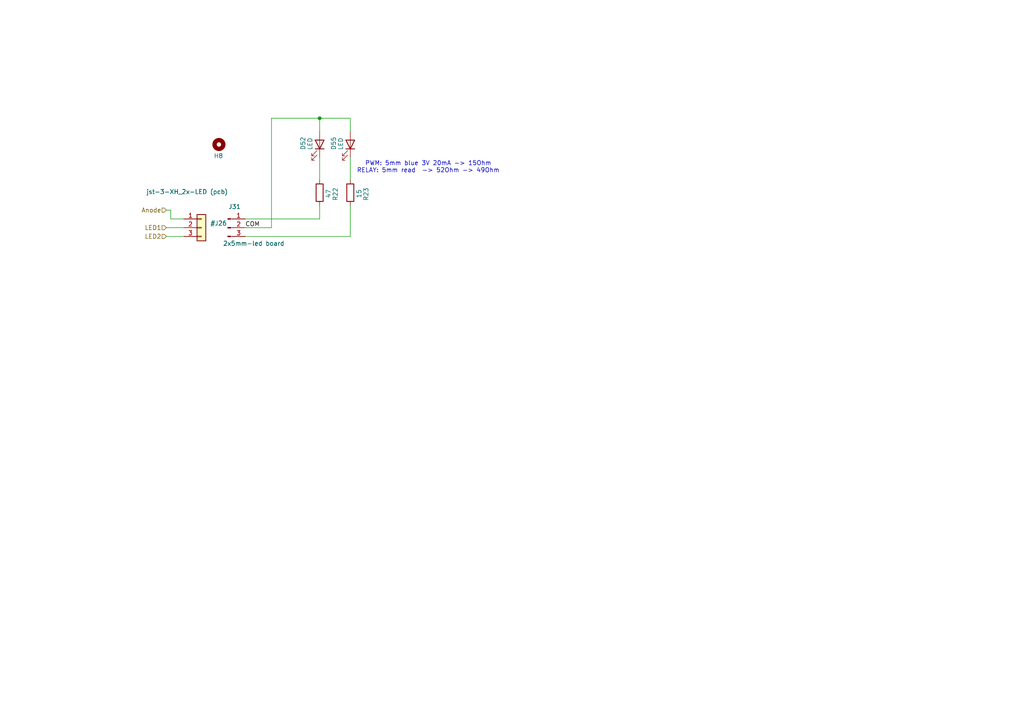
<source format=kicad_sch>
(kicad_sch (version 20231120) (generator "eeschema") (generator_version "8.0")
  (paper "A4")
  (lib_symbols
    (symbol "Connector:Conn_01x03_Pin" (pin_names (offset 1.016) hide)
      (property "Reference" "J" (at 0 5.08 0))
      (property "Value" "Conn_01x03_Pin" (at 0 -5.08 0))
      (symbol "Conn_01x03_Pin_1_1"
        (polyline (pts (xy 1.27 -2.54) (xy 0.8636 -2.54)) (stroke (width 0.1524)))
        (polyline (pts (xy 1.27 0) (xy 0.8636 0)) (stroke (width 0.1524)))
        (polyline (pts (xy 1.27 2.54) (xy 0.8636 2.54)) (stroke (width 0.1524)))
        (rectangle (start 0.8636 -2.413) (end 0 -2.667) (stroke (width 0.1524)) (fill (type outline)))
        (rectangle (start 0.8636 0.127) (end 0 -0.127) (stroke (width 0.1524)) (fill (type outline)))
        (rectangle (start 0.8636 2.667) (end 0 2.413) (stroke (width 0.1524)) (fill (type outline)))
        (pin passive line (at 5.08 2.54 180) (length 3.81) (name "Pin_1") (number "1"))
        (pin passive line (at 5.08 0 180) (length 3.81) (name "Pin_2") (number "2"))
        (pin passive line (at 5.08 -2.54 180) (length 3.81) (name "Pin_3") (number "3"))
      )
    )
    (symbol "Connector_Generic:Conn_01x03" (pin_names (offset 1.016) hide)
      (property "Reference" "J" (at 0 5.08 0))
      (property "Value" "Conn_01x03" (at 0 -5.08 0))
      (symbol "Conn_01x03_1_1"
        (rectangle (start -1.27 -2.413) (end 0 -2.667) (stroke (width 0.1524)))
        (rectangle (start -1.27 0.127) (end 0 -0.127) (stroke (width 0.1524)))
        (rectangle (start -1.27 2.667) (end 0 2.413) (stroke (width 0.1524)))
        (rectangle (start -1.27 3.81) (end 1.27 -3.81) (stroke (width 0.254)) (fill (type background)))
        (pin passive line (at -5.08 2.54 0) (length 3.81) (name "Pin_1") (number "1"))
        (pin passive line (at -5.08 0 0) (length 3.81) (name "Pin_2") (number "2"))
        (pin passive line (at -5.08 -2.54 0) (length 3.81) (name "Pin_3") (number "3"))
      )
    )
    (symbol "Device:LED" (pin_numbers hide) (pin_names (offset 1.016) hide)
      (property "Reference" "D" (at 0 2.54 0))
      (property "Value" "LED" (at 0 -2.54 0))
      (symbol "LED_0_1"
        (polyline (pts (xy -1.27 -1.27) (xy -1.27 1.27)) (stroke (width 0.254)))
        (polyline (pts (xy -1.27 0) (xy 1.27 0)))
        (polyline (pts (xy 1.27 -1.27) (xy 1.27 1.27) (xy -1.27 0) (xy 1.27 -1.27)) (stroke (width 0.254)))
        (polyline (pts (xy -3.048 -0.762) (xy -4.572 -2.286) (xy -3.81 -2.286) (xy -4.572 -2.286) (xy -4.572 -1.524)))
        (polyline (pts (xy -1.778 -0.762) (xy -3.302 -2.286) (xy -2.54 -2.286) (xy -3.302 -2.286) (xy -3.302 -1.524)))
      )
      (symbol "LED_1_1"
        (pin passive line (at -3.81 0 0) (length 2.54) (name "K") (number "1"))
        (pin passive line (at 3.81 0 180) (length 2.54) (name "A") (number "2"))
      )
    )
    (symbol "Device:R" (pin_numbers hide) (pin_names (offset 0))
      (property "Reference" "R" (at 2.032 0 90))
      (property "Value" "R" (at 0 0 90))
      (symbol "R_0_1"
        (rectangle (start -1.016 -2.54) (end 1.016 2.54) (stroke (width 0.254)))
      )
      (symbol "R_1_1"
        (pin passive line (at 0 3.81 270) (length 1.27) (name "~") (number "1"))
        (pin passive line (at 0 -3.81 90) (length 1.27) (name "~") (number "2"))
      )
    )
    (symbol "Mechanical:MountingHole" (pin_names (offset 1.016)) (exclude_from_sim yes) (in_bom no)
      (property "Reference" "H" (at 0 5.08 0))
      (property "Value" "MountingHole" (at 0 3.175 0))
      (symbol "MountingHole_0_1"
        (circle (center 0 0) (radius 1.27) (stroke (width 1.27)))
      )
    )
  )
  (junction (at 92.71 34.29))
  (wire (pts (xy 92.71 34.29) (xy 92.71 38.1)))
  (wire (pts (xy 48.26 60.96) (xy 49.53 60.96)))
  (wire (pts (xy 71.12 68.58) (xy 101.6 68.58)))
  (wire (pts (xy 78.74 34.29) (xy 78.74 66.04)))
  (wire (pts (xy 101.6 45.72) (xy 101.6 52.07)))
  (wire (pts (xy 92.71 34.29) (xy 101.6 34.29)))
  (wire (pts (xy 49.53 60.96) (xy 49.53 63.5)))
  (wire (pts (xy 78.74 34.29) (xy 92.71 34.29)))
  (wire (pts (xy 78.74 66.04) (xy 71.12 66.04)))
  (wire (pts (xy 101.6 34.29) (xy 101.6 38.1)))
  (wire (pts (xy 101.6 68.58) (xy 101.6 59.69)))
  (wire (pts (xy 92.71 59.69) (xy 92.71 63.5)))
  (wire (pts (xy 92.71 63.5) (xy 71.12 63.5)))
  (wire (pts (xy 49.53 63.5) (xy 53.34 63.5)))
  (wire (pts (xy 48.26 68.58) (xy 53.34 68.58)))
  (wire (pts (xy 92.71 45.72) (xy 92.71 52.07)))
  (wire (pts (xy 48.26 66.04) (xy 53.34 66.04)))
  (text "PWM: 5mm blue 3V 20mA -> 15Ohm\nRELAY: 5mm read  -> 52Ohm -> 49Ohm" (at 124.206 48.514 0) (effects (font (size 1.27 1.27))))
  (label "COM" (at 71.12 66.04 0))
  (hierarchical_label "LED1" (shape input) (at 48.26 66.04 180))
  (hierarchical_label "LED2" (shape input) (at 48.26 68.58 180))
  (hierarchical_label "Anode" (shape input) (at 48.26 60.96 180))
  (symbol (lib_id "Device:LED") (at 92.71 41.91 270) (mirror x) (unit 1)
    (property "Reference" "D52" (at 87.884 39.624 0) (effects (justify right)))
    (property "Value" "LED" (at 89.916 39.878 0) (effects (justify right)))
    (property "Footprint" "LED_THT:LED_D5.0mm_IRGrey" (effects (hide yes)))
    (property "Datasheet" "https://www.conrad.de/de/p/quadrios-2111o156-led-bedrahtet-blau-rund-5-mm-1300-mcd-30-20-ma-3-v-2583897.html   https://www.conrad.de/de/p/vossloh-schwabe-wu-8-53hd-led-bedrahtet-rot-rund-5-mm-14-mcd-60-20-ma-2-25-v-184543.html" (effects (hide yes)))
    (property "Description" "Light emitting diode" (effects (hide yes)))
    (instances (project "pi-interface-board_v1.0" (path "" (reference "D52") (unit 1)) (path "" (reference "D34") (unit 1))))
  )
  (symbol (lib_id "Device:R") (at 92.71 55.88 0) (unit 1)
    (property "Reference" "R22" (at 97.282 54.356 90) (effects (justify right)))
    (property "Value" "47" (at 95.25 54.864 90) (effects (justify right)))
    (property "Footprint" "Resistor_THT:R_Axial_DIN0309_L9.0mm_D3.2mm_P2.54mm_Vertical" (effects (hide yes)))
    (property "Datasheet" "sortiment" (effects (hide yes)))
    (property "Description" "Resistor" (effects (hide yes)))
    (instances (project "pi-interface-board_v1.0" (path "" (reference "R22") (unit 1)) (path "" (reference "R4") (unit 1))))
  )
  (symbol (lib_id "Connector:Conn_01x03_Pin") (at 66.04 66.04 0) (unit 1)
    (property "Reference" "J31" (at 69.85 59.944 0) (effects (justify right)))
    (property "Value" "2x5mm-led board" (at 82.55 70.612 0) (effects (justify right)))
    (property "Footprint" "Connector_PinHeader_2.54mm:PinHeader_1x03_P2.54mm_Vertical" (effects (hide yes)))
    (property "Description" "Generic connector, single row, 01x03, script generated" (effects (hide yes)))
    (instances (project "pi-interface-board_v1.0" (path "" (reference "J31") (unit 1)) (path "" (reference "J30") (unit 1))))
  )
  (symbol (lib_id "Connector_Generic:Conn_01x03") (at 58.42 66.04 0) (unit 1)
    (property "Reference" "#J26" (at 60.96 64.7699 0) (effects (justify left)))
    (property "Value" "jst-3-XH_2x-LED (pcb)" (at 42.418 55.626 0) (effects (justify left)))
    (property "Footprint" "Connector_JST:JST_XH_B3B-XH-A_1x03_P2.50mm_Vertical" (effects (hide yes)))
    (property "Datasheet" "https://www.ebay.de/itm/183466543983" (effects (hide yes)))
    (property "Description" "Generic connector, single row, 01x03, script generated (kicad-library-utils/schlib/autogen/connector/)" (effects (hide yes)))
    (instances (project "" (path "" (reference "#J26") (unit 1)) (path "" (reference "#J24") (unit 1))))
  )
  (symbol (lib_id "Device:LED") (at 101.6 41.91 270) (mirror x) (unit 1)
    (property "Reference" "D55" (at 96.774 39.624 0) (effects (justify right)))
    (property "Value" "LED" (at 98.806 39.878 0) (effects (justify right)))
    (property "Footprint" "LED_THT:LED_D5.0mm_IRGrey" (effects (hide yes)))
    (property "Datasheet" "https://www.conrad.de/de/p/quadrios-2111o156-led-bedrahtet-blau-rund-5-mm-1300-mcd-30-20-ma-3-v-2583897.html   https://www.conrad.de/de/p/vossloh-schwabe-wu-8-53hd-led-bedrahtet-rot-rund-5-mm-14-mcd-60-20-ma-2-25-v-184543.html" (effects (hide yes)))
    (property "Description" "Light emitting diode" (effects (hide yes)))
    (instances (project "pi-interface-board_v1.0" (path "" (reference "D55") (unit 1)) (path "" (reference "D45") (unit 1))))
  )
  (symbol (lib_id "Device:R") (at 101.6 55.88 0) (unit 1)
    (property "Reference" "R23" (at 106.172 54.356 90) (effects (justify right)))
    (property "Value" "15" (at 104.14 54.864 90) (effects (justify right)))
    (property "Footprint" "Resistor_THT:R_Axial_DIN0309_L9.0mm_D3.2mm_P2.54mm_Vertical" (effects (hide yes)))
    (property "Datasheet" "https://www.reichelt.com/be/en/shop/product/metal_film_resistor_15_0_ohm-11521" (effects (hide yes)))
    (property "Description" "Resistor" (effects (hide yes)))
    (instances (project "pi-interface-board_v1.0" (path "" (reference "R23") (unit 1)) (path "" (reference "R14") (unit 1))))
  )
  (symbol (lib_id "Mechanical:MountingHole") (at 63.5 41.91 0) (unit 1) (exclude_from_sim yes) (in_bom no)
    (property "Reference" "H8" (at 61.976 45.212 0) (effects (justify left)))
    (property "Value" "MH" (effects (hide yes)))
    (property "Footprint" "MountingHole:MountingHole_2mm" (effects (hide yes)))
    (property "Description" "Mounting Hole without connection" (effects (hide yes)))
    (instances (project "pi-interface-board_v1.0" (path "" (reference "H8") (unit 1)) (path "" (reference "H7") (unit 1))))
  )
)
</source>
